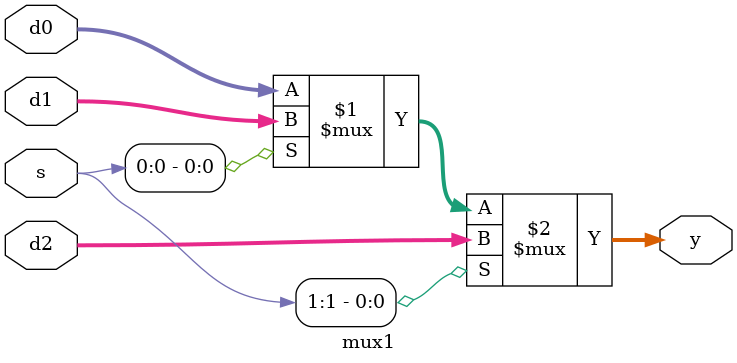
<source format=sv>
`timescale 1ns / 1ps

// Mux con 3 entradas, con prioridad en el bit más significativo
module mux1 #(parameter WIDTH = 8)(
            input logic [WIDTH-1:0]     d0, d1, d2,
            input logic  [1:0]           s,
            output logic [WIDTH-1:0]    y);

    assign y = s[1] ? d2 : (s[0] ? d1 : d0);
    
endmodule

</source>
